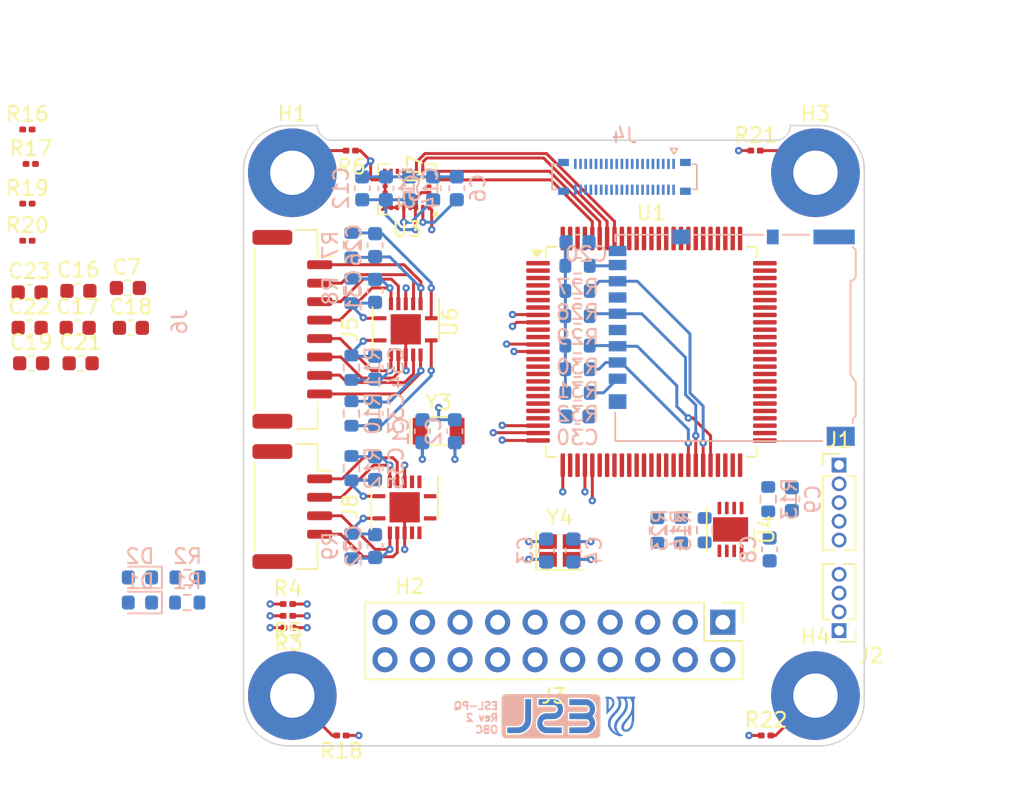
<source format=kicad_pcb>
(kicad_pcb (version 20240108) (generator "pcbnew") (generator_version "8.0")
  (title_block (title "Development of an ADCS for a PocketQube") (date "2023-09-06") (comment 2 "PCB Design") (comment 3 "22619291") (comment 4 "DP Theron"))
  (layers (0 "F.Cu" signal) (1 "In1.Cu" mixed) (2 "In2.Cu" mixed) (31 "B.Cu" signal) (34 "B.Paste" user) (35 "F.Paste" user) (36 "B.SilkS" user "B.Silkscreen") (37 "F.SilkS" user "F.Silkscreen") (38 "B.Mask" user) (39 "F.Mask" user) (44 "Edge.Cuts" user))
  (net 0 "")
  (net 1 "OPA1")
  (net 2 "1-")
  (net 3 "2-")
  (net 4 "OPA2")
  (net 5 "3-")
  (net 6 "OPA3")
  (net 7 "OPA4")
  (net 8 "4-")
  (net 9 "OPA5")
  (net 10 "5-")
  (net 11 "OPA6")
  (net 12 "6-")
  (net 13 "OSC_IN")
  (net 14 "OSC_OUT")
  (net 15 "OSC32_IN")
  (net 16 "OSC32_OUT")
  (net 17 "NRST")
  (net 18 "SPI NSS")
  (net 19 "SPI MOSI")
  (net 20 "SPI SCK")
  (net 21 "SPI MISO")
  (net 22 "1+")
  (net 23 "2+")
  (net 24 "3+")
  (net 25 "4+")
  (net 26 "5+")
  (net 27 "6+")
  (net 28 "SCL")
  (net 29 "SDA")
  (net 32 "/Daughterboard Connector/DB13")
  (net 33 "USART RX")
  (net 34 "USART TX")
  (net 35 "DCap")
  (net 38 "/Daughterboard Connector/DB22")
  (net 43 "SWCLK")
  (net 44 "SWDIO")
  (net 47 "/Daughterboard Connector/DB34")
  (net 48 "/Daughterboard Connector/DB37")
  (net 53 "/Daughterboard Connector/DB35")
  (net 54 "/Daughterboard Connector/DB6")
  (net 66 "SAOG")
  (net 67 "SAOM")
  (net 68 "/Daughterboard Connector/DB3")
  (net 69 "/Daughterboard Connector/DB32")
  (net 70 "CSAG")
  (net 71 "CSM")
  (net 72 "GND")
  (net 73 "Net-(U3-CAP)")
  (net 74 "Net-(U3-C1)")
  (net 76 "Net-(D1-A)")
  (net 77 "Net-(D2-A)")
  (net 78 "Net-(H1-Pad1)")
  (net 79 "Net-(H2-Pad1)")
  (net 80 "Net-(H3-Pad1)")
  (net 81 "Net-(H4-Pad1)")
  (net 82 "Net-(J6-DAT1)")
  (net 83 "Net-(J6-DAT2)")
  (net 84 "3V3")
  (net 85 "PPS")
  (net 86 "5V")
  (net 87 "PWR")
  (net 88 "TX")
  (net 89 "RS-EN")
  (net 90 "RS-A")
  (net 91 "RS-B")
  (net 105 "/Daughterboard Connector/DB10")
  (net 106 "/Daughterboard Connector/DB29")
  (net 110 "/Daughterboard Connector/DB39")
  (net 112 "/Daughterboard Connector/DB25")
  (net 113 "/Daughterboard Connector/DB26")
  (net 115 "/Daughterboard Connector/DB14")
  (net 116 "/Daughterboard Connector/DB5")
  (net 118 "/Daughterboard Connector/DB19")
  (net 125 "/Daughterboard Connector/DB8")
  (net 126 "/Daughterboard Connector/DB2")
  (net 127 "/Daughterboard Connector/DB24")
  (net 128 "/Daughterboard Connector/DB30")
  (net 130 "/Daughterboard Connector/DB18")
  (net 133 "/Daughterboard Connector/DB12")
  (net 135 "/Daughterboard Connector/DB38")
  (net 137 "/Daughterboard Connector/DB33")
  (net 138 "/Daughterboard Connector/DB31")
  (net 141 "/Daughterboard Connector/DB7")
  (net 143 "/Daughterboard Connector/DB23")
  (net 146 "/Daughterboard Connector/DB40")
  (net 150 "S1_3V3")
  (net 151 "S2_3V3")
  (net 152 "/Daughterboard Connector/DB17")
  (net 153 "/Daughterboard Connector/DB11")
  (net 154 "/Daughterboard Connector/DB27")
  (net 155 "/Daughterboard Connector/DB15")
  (net 156 "/Daughterboard Connector/DB21")
  (net 157 "/Daughterboard Connector/DB9")
  (net 158 "/Daughterboard Connector/DB28")
  (net 159 "/Daughterboard Connector/DB4")
  (net 160 "/Daughterboard Connector/DB16")
  (net 161 "/Daughterboard Connector/DB36")
  (net 162 "/Daughterboard Connector/DB1")
  (net 163 "/Daughterboard Connector/DB20")
  (net 168 "I2C-SDA")
  (net 169 "I2C-SCL")
  (net 170 "S1_5V")
  (net 171 "S2_5V")
  (net 172 "Unreg Solar")
  (net 173 "Unreg Bat")
  (net 174 "EPS_RST")
  (footprint "Skripsie:JST_GH_SM04B-GHS-TB_1x04-1MP_P1.25mm_Horizontal" (layer "F.Cu") (at 231.8 48.6 -90)
    (property "Reference" "J8")
    (property "Value" "Conn_01x04_MountingPin")
  )
  (footprint "Skripsie:R_0201_0603Metric" (layer "F.Cu") (at 263.145 24.5)
    (property "Reference" "R21")
    (property "Value" "0")
  )
  (footprint "Skripsie:Crystal_SMD_EuroQuartz_X22-4Pin_2.5x2.0mm" (layer "F.Cu") (at 249.9 51.575)
    (property "Reference" "Y4")
    (property "Value" "80 MHz")
  )
  (footprint "Skripsie:R_0201_0603Metric" (layer "F.Cu") (at 235.12 64.1 180)
    (property "Reference" "R18")
    (property "Value" "0")
  )
  (footprint "Skripsie:PinHeader_1x05_P1.27mm_Vertical" (layer "F.Cu") (at 268.8 45.79)
    (property "Reference" "J1")
    (property "Value" "Conn_01x05")
  )
  (footprint "MountingHole:MountingHole_3mm_Pad" (layer "F.Cu") (at 267.2 61.4)
    (property "Reference" "H4")
    (property "Value" "MountingHole_Pad")
  )
  (footprint "Skripsie:LGA-24L_3x3.5mm_P0.43mm" (layer "F.Cu") (at 239.555 27.125 180)
    (property "Reference" "U3")
    (property "Value" "LSM9DS1TR")
  )
  (footprint "Skripsie:R_0201_0603Metric" (layer "F.Cu") (at 235.755 24.5 180)
    (property "Reference" "R6")
    (property "Value" "0")
  )
  (footprint "MountingHole:MountingHole_3mm_Pad" (layer "F.Cu") (at 267.2 26)
    (property "Reference" "H3")
    (property "Value" "MountingHole_Pad")
  )
  (footprint "Skripsie:PinHeader_1x04_P1.27mm_Vertical" (layer "F.Cu") (at 268.8 57 180)
    (property "Reference" "J2")
    (property "Value" "Conn_01x04")
  )
  (footprint "Skripsie:Crystal_SMD_EuroQuartz_EQ161-2Pin_3.2x1.5mm" (layer "F.Cu") (at 241.7 43.5)
    (property "Reference" "Y3")
    (property "Value" "32.768 kHz")
  )
  (footprint "Skripsie:R_0201_0603Metric" (layer "F.Cu") (at 213.875 28.09)
    (property "Reference" "R19")
    (property "Value" "R")
  )
  (footprint "Package_QFP:LQFP-100_14x14mm_P0.5mm" (layer "F.Cu") (at 256.1 38.125)
    (property "Reference" "U1")
    (property "Value" "STM32L496VGTxP")
  )
  (footprint "Skripsie:R_0201_0603Metric" (layer "F.Cu") (at 231.5 55.2)
    (property "Reference" "R4")
    (property "Value" "0")
  )
  (footprint "ESL_PQ:ESL_PQ_Main_Header" (layer "F.Cu") (at 249.5 56.43)
    (property "Reference" "J3")
    (property "Value" "ESL_PQ_MainHeader")
  )
  (footprint "Capacitor_SMD:C_0603_1608Metric" (layer "F.Cu") (at 217.325 34)
    (property "Reference" "C16")
    (property "Value" "10u")
  )
  (footprint "MountingHole:MountingHole_3mm_Pad" (layer "F.Cu") (at 231.8 61.4)
    (property "Reference" "H2")
    (property "Value" "MountingHole_Pad")
  )
  (footprint "Capacitor_SMD:C_0603_1608Metric" (layer "F.Cu") (at 214.025 36.5)
    (property "Reference" "C22")
    (property "Value" "100n")
  )
  (footprint "Skripsie:R_0201_0603Metric" (layer "F.Cu") (at 213.875 30.6)
    (property "Reference" "R20")
    (property "Value" "R")
  )
  (footprint "Capacitor_SMD:C_0603_1608Metric" (layer "F.Cu") (at 220.875 36.5)
    (property "Reference" "C18")
    (property "Value" "100n")
  )
  (footprint "Skripsie:R_0201_0603Metric" (layer "F.Cu") (at 231.545 56.8 180)
    (property "Reference" "R3")
    (property "Value" "0")
  )
  (footprint "Skripsie:R_0201_0603Metric" (layer "F.Cu") (at 213.875 23.07)
    (property "Reference" "R16")
    (property "Value" "R")
  )
  (footprint "Skripsie:DFN-8-1EP_3x3mm_P0.5mm_EP1.65x2.38mm" (layer "F.Cu") (at 261.45 50.15 -90)
    (property "Reference" "U4")
    (property "Value" "LTC2850HDD#PBF")
  )
  (footprint "Capacitor_SMD:C_0603_1608Metric" (layer "F.Cu") (at 220.675 33.8)
    (property "Reference" "C7")
    (property "Value" "100n")
  )
  (footprint "Skripsie:JST_GH_SM08B-GHS-TB_1x08-1MP_P1.25mm_Horizontal" (layer "F.Cu") (at 231.8 36.6 -90)
    (property "Reference" "J5")
    (property "Value" "Conn_01x08_MountingPin")
  )
  (footprint "Capacitor_SMD:C_0603_1608Metric" (layer "F.Cu") (at 217.475 38.9)
    (property "Reference" "C21")
    (property "Value" "100n")
  )
  (footprint "Capacitor_SMD:C_0603_1608Metric" (layer "F.Cu") (at 214.025 34.1)
    (property "Reference" "C23")
    (property "Value" "100n")
  )
  (footprint "Skripsie:R_0201_0603Metric" (layer "F.Cu") (at 231.5 56 180)
    (property "Reference" "R5")
    (property "Value" "0")
  )
  (footprint "MountingHole:MountingHole_3mm_Pad" (layer "F.Cu") (at 231.8 26)
    (property "Reference" "H1")
    (property "Value" "MountingHole_Pad")
  )
  (footprint "Skripsie:R_0201_0603Metric" (layer "F.Cu") (at 214.1 25.4)
    (property "Reference" "R17")
    (property "Value" "R")
  )
  (footprint "Skripsie:R_0201_0603Metric" (layer "F.Cu") (at 263.855 64.1)
    (property "Reference" "R22")
    (property "Value" "0")
  )
  (footprint "Skripsie:Texas_S-PVQFN-N14" (layer "F.Cu") (at 239.4 48.65 -90)
    (property "Reference" "U7")
    (property "Value" "OPA4330")
  )
  (footprint "Capacitor_SMD:C_0603_1608Metric" (layer "F.Cu") (at 217.275 36.5)
    (property "Reference" "C17")
    (property "Value" "100n")
  )
  (footprint "Capacitor_SMD:C_0603_1608Metric" (layer "F.Cu") (at 214.125 38.9)
    (property "Reference" "C19")
    (property "Value" "100n")
  )
  (footprint "Skripsie:Texas_S-PVQFN-N14" (layer "F.Cu") (at 239.475 36.6 -90)
    (property "Reference" "U6")
    (property "Value" "OPA4330")
  )
  (footprint "Capacitor_SMD:C_0603_1608Metric" (layer "B.Cu") (at 264.1 51.5 -90)
    (property "Reference" "C8")
    (property "Value" "100n")
  )
  (footprint "Resistor_SMD:R_0603_1608Metric" (layer "B.Cu") (at 224.6875 55.1 180)
    (property "Reference" "R1")
    (property "Value" "165")
  )
  (footprint "Capacitor_SMD:C_0603_1608Metric" (layer "B.Cu") (at 239.73 27.05 90)
    (property "Reference" "C14")
    (property "Value" "10u")
  )
  (footprint "Resistor_SMD:R_0603_1608Metric" (layer "B.Cu") (at 251.1 37.7)
    (property "Reference" "R30")
    (property "Value" "4k7")
  )
  (footprint "LOGO" (layer "B.Cu") (at 249.3 62.8 180)
    (property "Reference" "G***" (hide yes))
    (property "Value" "LOGO" (hide yes))
  )
  (footprint "Resistor_SMD:R_0603_1608Metric" (layer "B.Cu") (at 235.8 42.3 90)
    (property "Reference" "R10")
    (property "Value" "470")
  )
  (footprint "Capacitor_SMD:C_0603_1608Metric" (layer "B.Cu") (at 237.4 46 90)
    (property "Reference" "C35")
    (property "Value" "220p")
  )
  (footprint "Capacitor_SMD:C_0603_1608Metric" (layer "B.Cu") (at 249 51.575 -90)
    (property "Reference" "C3")
    (property "Value" "12p")
  )
  (footprint "Connector_Hirose:Hirose_BM24_BM24-40DP-2-0.35V_2x20_P0.35mm_PowerPin2_Vertical" (layer "B.Cu") (at 254.275 26.275 180)
    (property "Reference" "J4")
    (property "Value" "Conn_02x20_Odd_Even")
  )
  (footprint "Resistor_SMD:R_0603_1608Metric" (layer "B.Cu") (at 235.8 46 90)
    (property "Reference" "R12")
    (property "Value" "470")
  )
  (footprint "Capacitor_SMD:C_0603_1608Metric" (layer "B.Cu") (at 237.4 30.9 -90)
    (property "Reference" "C26")
    (property "Value" "220p")
  )
  (footprint "Capacitor_SMD:C_0603_1608Metric" (layer "B.Cu") (at 238.13 27.05 90)
    (property "Reference" "C13")
    (property "Value" "100n")
  )
  (footprint "Resistor_SMD:R_0603_1608Metric" (layer "B.Cu") (at 235.8 34 -90)
    (property "Reference" "R8")
    (property "Value" "470")
  )
  (footprint "Resistor_SMD:R_0603_1608Metric" (layer "B.Cu") (at 251.1 32.3)
    (property "Reference" "R27")
    (property "Value" "4k7")
  )
  (footprint "Resistor_SMD:R_0603_1608Metric" (layer "B.Cu") (at 235.8 51.275 -90)
    (property "Reference" "R9")
    (property "Value" "470")
  )
  (footprint "Capacitor_SMD:C_0603_1608Metric" (layer "B.Cu") (at 265.6 48.1 90)
    (property "Reference" "C9")
    (property "Value" "10u")
  )
  (footprint "Resistor_SMD:R_0603_1608Metric" (layer "B.Cu") (at 224.7125 53.4 180)
    (property "Reference" "R2")
    (property "Value" "165")
  )
  (footprint "Resistor_SMD:R_0603_1608Metric" (layer "B.Cu") (at 235.8 30.9 -90)
    (property "Reference" "R7")
    (property "Value" "470")
  )
  (footprint "Resistor_SMD:R_0603_1608Metric" (layer "B.Cu") (at 251.1 34)
    (property "Reference" "R28")
    (property "Value" "4k7")
  )
  (footprint "Capacitor_SMD:C_0603_1608Metric" (layer "B.Cu") (at 251.1 30.7)
    (property "Reference" "C20")
    (property "Value" "100n")
  )
  (footprint "Resistor_SMD:R_0603_1608Metric" (layer "B.Cu") (at 251.1 35.7)
    (property "Reference" "R29")
    (property "Value" "4k7")
  )
  (footprint "Capacitor_SMD:C_0603_1608Metric" (layer "B.Cu") (at 241.33 27.05 -90)
    (property "Reference" "C5")
    (property "Value" "10n")
  )
  (footprint "Capacitor_SMD:C_0603_1608Metric" (layer "B.Cu") (at 251.1 42.5)
    (property "Reference" "C30")
    (property "Value" "10u")
  )
  (footprint "Skripsie:microSD_HC_Hirose_DM3AT-SF-PEJM5" (layer "B.Cu") (at 261.535 37.17 -90)
    (property "Reference" "J6")
    (property "Value" "Micro_SD_Card")
  )
  (footprint "Capacitor_SMD:C_0603_1608Metric" (layer "B.Cu") (at 237.4 42.3 90)
    (property "Reference" "C33")
    (property "Value" "220p")
  )
  (footprint "Capacitor_SMD:C_0603_1608Metric" (layer "B.Cu") (at 242.8 43.5 -90)
    (property "Reference" "C2")
    (property "Value" "8p")
  )
  (footprint "Capacitor_SMD:C_0603_1608Metric" (layer "B.Cu") (at 237.4 39.2 90)
    (property "Reference" "C34")
    (property "Value" "220p")
  )
  (footprint "LED_SMD:LED_0603_1608Metric" (layer "B.Cu") (at 221.4875 55.1 180)
    (property "Reference" "D1")
    (property "Value" "LED")
  )
  (footprint "Capacitor_SMD:C_0603_1608Metric" (layer "B.Cu") (at 237.4 34 -90)
    (property "Reference" "C31")
    (property "Value" "220p")
  )
  (footprint "Capacitor_SMD:C_0603_1608Metric" (layer "B.Cu") (at 236.53 27.05 -90)
    (property "Reference" "C12")
    (property "Value" "100n")
  )
  (footprint "Resistor_SMD:R_0603_1608Metric" (layer "B.Cu") (at 251.1 39.3)
    (property "Reference" "R31")
    (property "Value" "4k7")
  )
  (footprint "Resistor_SMD:R_0603_1608Metric" (layer "B.Cu") (at 251.1 40.9)
    (property "Reference" "R32")
    (property "Value" "4k7")
  )
  (footprint "LOGO" (layer "B.Cu") (at 249.3 62.8 180)
    (property "Reference" "G***" (hide yes))
    (property "Value" "LOGO" (hide yes))
  )
  (footprint "Capacitor_SMD:C_0603_1608Metric" (layer "B.Cu") (at 242.93 27.05 90)
    (property "Reference" "C6")
    (property "Value" "100n")
  )
  (footprint "LED_SMD:LED_0603_1608Metric" (layer "B.Cu") (at 221.4875 53.4 180)
    (property "Reference" "D2")
    (property "Value" "LED")
  )
  (footprint "Resistor_SMD:R_0603_1608Metric" (layer "B.Cu") (at 259.7 50.2 -90)
    (property "Reference" "R15")
    (property "Value" "4k7")
  )
  (footprint "Resistor_SMD:R_0603_1608Metric" (layer "B.Cu") (at 235.8 39.2 90)
    (property "Reference" "R11")
    (property "Value" "470")
  )
  (footprint "Resistor_SMD:R_0603_1608Metric" (layer "B.Cu") (at 264 48.1 90)
    (property "Reference" "R13")
    (property "Value" "4k7")
  )
  (footprint "Capacitor_SMD:C_0603_1608Metric" (layer "B.Cu") (at 237.4 51.275 -90)
    (property "Reference" "C32")
    (property "Value" "220p")
  )
  (footprint "Capacitor_SMD:C_0603_1608Metric" (layer "B.Cu") (at 240.6 43.5 -90)
    (property "Reference" "C1")
    (property "Value" "8p")
  )
  (footprint "LOGO" (layer "B.Cu") (at 254 62.8 180)
    (property "Reference" "G***" (hide yes))
    (property "Value" "LOGO" (hide yes))
  )
  (footprint "Resistor_SMD:R_0603_1608Metric" (layer "B.Cu") (at 256.5 50.225 90)
    (property "Reference" "R14")
    (property "Value" "4k7")
  )
  (footprint "Capacitor_SMD:C_0603_1608Metric" (layer "B.Cu") (at 250.8 51.575 90)
    (property "Reference" "C4")
    (property "Value" "12p")
  )
  (footprint "Resistor_SMD:R_0603_1608Metric" (layer "B.Cu") (at 258.1 50.2 -90)
    (property "Reference" "R23")
    (property "Value" "120k")
  )
  (gr_arc (start 267.5 22.8) (mid 269.62132 23.67868) (end 270.5 25.8) (stroke (width 0.1)) (layer "Edge.Cuts"))
  (gr_arc (start 231.5 64.8) (mid 229.37868 63.92132) (end 228.5 61.8) (stroke (width 0.1)) (layer "Edge.Cuts"))
  (gr_line (start 231.5 22.8) (end 233.5 22.8) (stroke (width 0.1)) (layer "Edge.Cuts"))
  (gr_arc (start 228.5 25.8) (mid 229.37868 23.67868) (end 231.5 22.8) (stroke (width 0.1)) (layer "Edge.Cuts"))
  (gr_line (start 234.5 23.8) (end 264.5 23.8) (stroke (width 0.1)) (layer "Edge.Cuts"))
  (gr_line (start 231.5 64.8) (end 267.5 64.8) (stroke (width 0.1)) (layer "Edge.Cuts"))
  (gr_line (start 270.5 61.8) (end 270.5 25.8) (stroke (width 0.1)) (layer "Edge.Cuts"))
  (gr_arc (start 265.5 22.8) (mid 265.207107 23.507107) (end 264.5 23.8) (stroke (width 0.1)) (layer "Edge.Cuts"))
  (gr_arc (start 270.5 61.8) (mid 269.62132 63.92132) (end 267.5 64.8) (stroke (width 0.1)) (layer "Edge.Cuts"))
  (gr_line (start 265.5 22.8) (end 267.5 22.8) (stroke (width 0.1)) (layer "Edge.Cuts"))
  (gr_line (start 228.5 25.8) (end 228.5 61.8) (stroke (width 0.1)) (layer "Edge.Cuts"))
  (gr_arc (start 234.5 23.8) (mid 233.792893 23.507107) (end 233.5 22.8) (stroke (width 0.1)) (layer "Edge.Cuts"))
  (gr_text "ESL-PQ\nRev 2\nOBC" (at 245.8 64 0) (layer "B.SilkS") (effects (font (size 0.5 0.5) (thickness 0.125) (bold yes)) (justify left bottom mirror)))
  (segment (start 246.025 43.125) (end 248.425 43.125) (width 0.2) (layer "F.Cu") (net 1))
  (segment (start 246 43.1) (end 246.025 43.125) (width 0.2) (layer "F.Cu") (net 1))
  (segment (start 241.2 35.85) (end 241.2 33.8) (width 0.2) (layer "F.Cu") (net 1))
  (via (at 246 43.1) (size 0.5) (drill 0.2) (layers "F.Cu" "B.Cu") (net 1))
  (via (at 241.2 33.8) (size 0.5) (drill 0.2) (layers "F.Cu" "B.Cu") (net 1))
  (segment (start 241.2 33.45) (end 241.2 33.8) (width 0.2) (layer "B.Cu") (net 1))
  (segment (start 237.875 30.125) (end 241.2 33.45) (width 0.2) (layer "B.Cu") (net 1))
  (segment (start 235.8 30.075) (end 237.35 30.075) (width 0.2) (layer "B.Cu") (net 1))
  (segment (start 237.35 30.075) (end 237.4 30.125) (width 0.2) (layer "B.Cu") (net 1))
  (segment (start 237.4 30.125) (end 237.875 30.125) (width 0.2) (layer "B.Cu") (net 1))
  (segment (start 239.349264 32.225) (end 233.65 32.225) (width 0.2) (layer "F.Cu") (net 2))
  (segment (start 240.475 34.875) (end 240.475 33.825) (width 0.2) (layer "F.Cu") (net 2))
  (segment (start 240.5 33.375736) (end 239.349264 32.225) (width 0.2) (layer "F.Cu") (net 2))
  (segment (start 240.5 33.8) (end 240.5 33.375736) (width 0.2) (layer "F.Cu") (net 2))
  (segment (start 240.475 33.825) (end 240.5 33.8) (width 0.2) (layer "F.Cu") (net 2))
  (via (at 240.5 33.8) (size 0.5) (drill 0.2) (layers "F.Cu" "B.Cu") (net 2))
  (segment (start 235.8 31.725) (end 237.375 31.725) (width 0.2) (layer "B.Cu") (net 2))
  (segment (start 237.375 31.725) (end 237.4 31.7) (width 0.2) (layer "B.Cu") (net 2))
  (segment (start 237.4 31.7) (end 238.4 31.7) (width 0.2) (layer "B.Cu") (net 2))
  (segment (start 238.4 31.7) (end 240.5 33.8) (width 0.2) (layer "B.Cu") (net 2))
  (segment (start 238.475 33.875) (end 238.4 33.8) (width 0.2) (layer "F.Cu") (net 3))
  (segment (start 238.4 33.8) (end 237.2 33.8) (width 0.2) (layer "F.Cu") (net 3))
  (segment (start 237.2 33.8) (end 235.025 35.975) (width 0.2) (layer "F.Cu") (net 3))
  (segment (start 235.025 35.975) (end 233.65 35.975) (width 0.2) (layer "F.Cu") (net 3))
  (segment (start 238.475 34.875) (end 238.475 33.875) (width 0.2) (layer "F.Cu") (net 3))
  (via (at 238.4 33.8) (size 0.5) (drill 0.2) (layers "F.Cu" "B.Cu") (net 3))
  (segment (start 237.4 33.225) (end 237.825 33.225) (width 0.2) (layer "B.Cu") (net 3))
  (segment (start 237.35 33.175) (end 237.4 33.225) (width 0.2) (layer "B.Cu") (net 3))
  (segment (start 235.8 33.175) (end 237.35 33.175) (width 0.2) (layer "B.Cu") (net 3))
  (segment (start 237.825 33.225) (end 238.4 33.8) (width 0.2) (layer "B.Cu") (net 3))
  (segment (start 236.65 35.85) (end 236.6 35.8) (width 0.2) (layer "F.Cu") (net 4))
  (segment (start 248.4 43.6) (end 248.425 43.625) (width 0.2) (layer "F.Cu") (net 4))
  (segment (start 237.75 35.85) (end 236.65 35.85) (width 0.2) (layer "F.Cu") (net 4))
  (segment (start 245.4 43.6) (end 248.4 43.6) (width 0.2) (layer "F.Cu") (net 4))
  (via (at 245.4 43.6) (size 0.5) (drill 0.2) (layers "F.Cu" "B.Cu") (net 4))
  (via (at 236.6 35.8) (size 0.5) (drill 0.2) (layers "F.Cu" "B.Cu") (net 4))
  (segment (start 236.6 35.8) (end 236.5 35.9) (width 0.2) (layer "B.Cu") (net 4))
  (segment (start 237.35 34.825) (end 237.4 34.775) (width 0.2) (layer "B.Cu") (net 4))
  (segment (start 235.8 35) (end 236.6 35.8) (width 0.2) (layer "B.Cu") (net 4))
  (segment (start 235.8 34.825) (end 237.35 34.825) (width 0.2) (layer "B.Cu") (net 4))
  (segment (start 235.8 34.825) (end 235.8 35) (width 0.2) (layer "B.Cu") (net 4))
  (segment (start 238.475 38.325) (end 238.475 39.325) (width 0.2) (layer "F.Cu") (net 5))
  (segment (start 237.2 39.4) (end 235.025 37.225) (width 0.2) (layer "F.Cu") (net 5))
  (segment (start 238.4 39.4) (end 237.2 39.4) (width 0.2) (layer "F.Cu") (net 5))
  (segment (start 235.025 37.225) (end 233.65 37.225) (width 0.2) (layer "F.Cu") (net 5))
  (segment (start 238.475 39.325) (end 238.4 39.4) (width 0.2) (layer "F.Cu") (net 5))
  (via (at 238.4 39.4) (size 0.5) (drill 0.2) (layers "F.Cu" "B.Cu") (net 5))
  (segment (start 235.8 40.025) (end 237.35 40.025) (width 0.2) (layer "B.Cu") (net 5))
  (segment (start 237.825 39.975) (end 238.4 39.4) (width 0.2) (layer "B.Cu") (net 5))
  (segment (start 237.35 40.025) (end 237.4 39.975) (width 0.2) (layer "B.Cu") (net 5))
  (segment (start 237.4 39.975) (end 237.825 39.975) (width 0.2) (layer "B.Cu") (net 5))
  (segment (start 237.75 37.35) (end 236.65 37.35) (width 0.2) (layer "F.Cu") (net 6))
  (segment (start 246 44.1) (end 246.025 44.125) (width 0.2) (layer "F.Cu") (net 6))
  (segment (start 246.025 44.125) (end 248.425 44.125) (width 0.2) (layer "F.Cu") (net 6))
  (segment (start 236.65 37.35) (end 236.6 37.4) (width 0.2) (layer "F.Cu") (net 6))
  (via (at 236.6 37.4) (size 0.5) (drill 0.2) (layers "F.Cu" "B.Cu") (net 6))
  (via (at 246 44.1) (size 0.5) (drill 0.2) (layers "F.Cu" "B.Cu") (net 6))
  (segment (start 235.85 38.425) (end 235.8 38.375) (width 0.2) (layer "B.Cu") (net 6))
  (segment (start 235.8 38.2) (end 236.6 37.4) (width 0.2) (layer "B.Cu") (net 6))
  (segment (start 237.4 38.425) (end 235.85 38.425) (width 0.2) (layer "B.Cu") (net 6))
  (segment (start 235.8 38.375) (end 235.8 38.2) (width 0.2) (layer "B.Cu") (net 6))
  (segment (start 250.1 47.6) (end 250.1 45.8) (width 0.2) (layer "F.Cu") (net 7))
  (segment (start 241.2 37.35) (end 241.2 39.4) (width 0.2) (layer "F.Cu") (net 7))
  (via (at 241.2 39.4) (size 0.5) (drill 0.2) (layers "F.Cu" "B.Cu") (net 7))
  (via (at 250.1 47.6) (size 0.5) (drill 0.2) (layers "F.Cu" "B.Cu") (net 7))
  (segment (start 237.35 43.125) (end 237.4 43.075) (width 0.2) (layer "B.Cu") (net 7))
  (segment (start 237.4 43.075) (end 237.875 43.075) (width 0.2) (layer "B.Cu") (net 7))
  (segment (start 241.2 39.75) (end 241.2 39.4) (width 0.2) (layer "B.Cu") (net 7))
  (segment (start 237.875 43.075) (end 241.2 39.75) (width 0.2) (layer "B.Cu") (net 7))
  (segment (start 235.8 43.125) (end 237.35 43.125) (width 0.2) (layer "B.Cu") (net 7))
  (segment (start 240.475 38.325) (end 240.475 39.375) (width 0.2) (layer "F.Cu") (net 8))
  (segment (start 240.475 39.375) (end 240.5 39.4) (width 0.2) (layer "F.Cu") (net 8))
  (segment (start 240.5 39.531371) (end 239.056371 40.975) (width 0.2) (layer "F.Cu") (net 8))
  (segment (start 239.056371 40.975) (end 233.65 40.975) (width 0.2) (layer "F.Cu") (net 8))
  (segment (start 240.5 39.4) (end 240.5 39.531371) (width 0.2) (layer "F.Cu") (net 8))
  (via (at 240.5 39.4) (size 0.5) (drill 0.2) (layers "F.Cu" "B.Cu") (net 8))
  (segment (start 235.8 41.475) (end 237.35 41.475) (width 0.2) (layer "B.Cu") (net 8))
  (segment (start 237.4 41.525) (end 238.375 41.525) (width 0.2) (layer "B.Cu") (net 8))
  (segment (start 237.35 41.475) (end 237.4 41.525) (width 0.2) (layer "B.Cu") (net 8))
  (segment (start 238.375 41.525) (end 240.5 39.4) (width 0.2) (layer "B.Cu") (net 8))
  (segment (start 237.675 49.4) (end 236.6 49.4) (width 0.2) (layer "F.Cu") (net 9))
  (segment (start 252.1 48.2) (end 252.1 45.8) (width 0.2) (layer "F.Cu") (net 9))
  (via (at 252.1 48.2) (size 0.5) (drill 0.2) (layers "F.Cu" "B.Cu") (net 9))
  (via (at 236.6 49.4) (size 0.5) (drill 0.2) (layers "F.Cu" "B.Cu") (net 9))
  (segment (start 237.35 50.375) (end 237.4 50.425) (width 0.2) (layer "B.Cu") (net 9))
  (segment (start 235.8 50.45) (end 237.35 50.45) (width 0.2) (layer "B.Cu") (net 9))
  (segment (start 235.8 50.45) (end 235.8 50.2) (width 0.2) (layer "B.Cu") (net 9))
  (segment (start 237.35 50.45) (end 237.4 50.5) (width 0.2) (layer "B.Cu") (net 9))
  (segment (start 236.6 49.4) (end 236.6 49.575) (width 0.2) (layer "B.Cu") (net 9))
  (segment (start 235.8 50.2) (end 236.6 49.4) (width 0.2) (layer "B.Cu") (net 9))
  (segment (start 235.125 49.225) (end 233.65 49.225) (width 0.2) (layer "F.Cu") (net 10))
  (segment (start 237.4 51.5) (end 235.125 49.225) (width 0.2) (layer "F.Cu") (net 10))
  (segment (start 238.4 51.5) (end 237.4 51.5) (width 0.2) (layer "F.Cu") (net 10))
  (segment (start 238.4 50.375) (end 238.4 51.5) (width 0.2) (layer "F.Cu") (net 10))
  (via (at 238.4 51.5) (size 0.5) (drill 0.2) (layers "F.Cu" "B.Cu") (net 10))
  (segment (start 235.8 52.1) (end 237.35 52.1) (width 0.2) (layer "B.Cu") (net 10))
  (segment (start 237.35 52.025) (end 237.4 51.975) (width 0.2) (layer "B.Cu") (net 10))
  (segment (start 237.85 52.05) (end 238.4 51.5) (width 0.2) (layer "B.Cu") (net 10))
  (segment (start 237.4 52.05) (end 237.85 52.05) (width 0.2) (layer "B.Cu") (net 10))
  (segment (start 237.35 52.1) (end 237.4 52.05) (width 0.2) (layer "B.Cu") (net 10))
  (segment (start 251.6 47.6) (end 251.6 45.8) (width 0.2) (layer "F.Cu") (net 11))
  (segment (start 237.675 47.9) (end 236.6 47.9) (width 0.2) (layer "F.Cu") (net 11))
  (via (at 251.6 47.6) (size 0.5) (drill 0.2) (layers "F.Cu" "B.Cu") (net 11))
  (via (at 236.6 47.9) (size 0.5) (drill 0.2) (layers "F.Cu" "B.Cu") (net 11))
  (segment (start 235.8 46.825) (end 237.35 46.825) (width 0.2) (layer "B.Cu") (net 11))
  (segment (start 237.35 46.825) (end 237.4 46.775) (width 0.2) (layer "B.Cu") (net 11))
  (segment (start 235.8 46.825) (end 235.8 47.1) (width 0.2) (layer "B.Cu") (net 11))
  (segment (start 235.8 47.1) (end 236.6 47.9) (width 0.2) (layer "B.Cu") (net 11))
  (segment (start 238.4 46.925) (end 238.4 45.8) (width 0.2) (layer "F.Cu") (net 12))
  (segment (start 237.3 45.8) (end 235.125 47.975) (width 0.2) (layer "F.Cu") (net 12))
  (segment (start 238.4 45.8) (end 237.3 45.8) (width 0.2) (layer "F.Cu") (net 12))
  (segment (start 235.125 47.975) (end 233.65 47.975) (width 0.2) (layer "F.Cu") (net 12))
  (via (at 238.4 45.8) (size 0.5) (drill 0.2) (layers "F.Cu" "B.Cu") (net 12))
  (segment (start 235.85 45.225) (end 235.8 45.175) (width 0.2) (layer "B.Cu") (net 12))
  (segment (start 237.4 45.225) (end 237.825 45.225) (width 0.2) (layer "B.Cu") (net 12))
  (segment (start 237.4 45.225) (end 235.85 45.225) (width 0.2) (layer "B.Cu") (net 12))
  (segment (start 237.825 45.225) (end 238.4 45.8) (width 0.2) (layer "B.Cu") (net 12))
  (segment (start 248.4 37.6) (end 248.425 37.625) (width 0.2) (layer "F.Cu") (net 13))
  (segment (start 249.1 52.175) (end 247.8 52.175) (width 0.2) (layer "F.Cu") (net 13))
  (segment (start 246.3 37.6) (end 248.4 37.6) (width 0.2) (layer "F.Cu") (net 13))
  (via (at 247.8 52.175) (size 0.5) (drill 0.2) (layers "F.Cu" "B.Cu") (net 13))
  (via (at 246.3 37.6) (size 0.5) (drill 0.2) (layers "F.Cu" "B.Cu") (net 13))
  (segment (start 247.8 52.175) (end 248.825 52.175) (width 0.2) (layer "B.Cu") (net 13))
  (segment (start 248.825 52.175) (end 249 52.35) (width 0.2) (layer "B.Cu") (net 13))
  (segment (start 248.4 38.1) (end 248.425 38.125) (width 0.2) (layer "F.Cu") (net 14))
  (segment (start 246.8 38.1) (end 248.4 38.1) (width 0.2) (layer "F.Cu") (net 14))
  (segment (start 250.7 50.975) (end 252 50.975) (width 0.2) (layer "F.Cu") (net 14))
  (via (at 246.8 38.1) (size 0.5) (drill 0.2) (layers "F.Cu" "B.Cu") (net 14))
  (via (at 252 50.975) (size 0.5) (drill 0.2) (layers "F.Cu" "B.Cu") (net 14))
  (segment (start 250.975 50.975) (end 250.8 50.8) (width 0.2) (layer "B.Cu") (net 14))
  (segment (start 252 50.975) (end 250.975 50.975) (width 0.2) (layer "B.Cu") (net 14))
  (segment (start 248.4 35.6) (end 248.425 35.625) (width 0.2) (layer "F.Cu") (net 15))
  (segment (start 240.6 45.4) (end 240.6 43.65) (width 0.2) (layer "F.Cu") (net 15))
  (segment (start 246.7 35.6) (end 248.4 35.6) (width 0.2) (layer "F.Cu") (net 15))
  (segment (start 240.6 43.65) (end 240.45 43.5) (width 0.2) (layer "F.Cu") (net 15))
  (via (at 246.7 35.6) (size 0.5) (drill 0.2) (layers "F.Cu" "B.Cu") (net 15))
  (via (at 240.6 45.4) (size 0.5) (drill 0.2) (layers "F.Cu" "B.Cu") (net 15))
  (segment (start 240.6 44.275) (end 240.6 45.4) (width 0.2) (layer "B.Cu") (net 15))
  (segment (start 242.8 45.4) (end 242.8 43.65) (width 0.2) (layer "F.Cu") (net 16))
  (segment (start 242.8 43.65) (end 242.95 43.5) (width 0.2) (layer "F.Cu") (net 16))
  (segment (start 246.975 36.125) (end 248.425 36.125) (width 0.2) (layer "F.Cu") (net 16))
  (segment (start 246.7 36.4) (end 246.975 36.125) (width 0.2) (layer "F.Cu") (net 16))
  (via (at 246.7 36.4) (size 0.5) (drill 0.2) (layers "F.Cu" "B.Cu") (net 16))
  (via (at 242.8 45.4) (size 0.5) (drill 0.2) (layers "F.Cu" "B.Cu") (net 16))
  (segment (start 242.8 44.275) (end 242.8 45.4) (width 0.2) (layer "B.Cu") (net 16))
  (segment (start 258.6 44.3) (end 258.6 45.8) (width 0.2) (layer "F.Cu") (net 18))
  (via (at 258.6 44.3) (size 0.5) (drill 0.2) (layers "F.Cu" "B.Cu") (net 18))
  (segment (start 251.925 39.3) (end 252.55 39.3) (width 0.2) (layer "B.Cu") (net 18))
  (segment (start 252.55 39.3) (end 253.005 38.845) (width 0.2) (layer "B.Cu") (net 18))
  (segment (start 254.06 38.845) (end 253.81 38.845) (width 0.2) (layer "B.Cu") (net 18))
  (segment (start 258.6 44.3) (end 258.6 43.385) (width 0.2) (layer "B.Cu") (net 18))
  (segment (start 258.6 43.385) (end 254.06 38.845) (width 0.2) (layer "B.Cu") (net 18))
  (segment (start 253.005 38.845) (end 253.81 38.845) (width 0.2) (layer "B.Cu") (net 18))
  (segment (start 258.9 42.6) (end 258.6 42.6) (width 0.2) (layer "F.Cu") (net 19))
  (segment (start 260.1 43.8) (end 258.9 42.6) (width 0.2) (layer "F.Cu") (net 19))
  (segment (start 260.1 43.8) (end 260.1 45.8) (width 0.2) (layer "F.Cu") (net 19))
  (via (at 258.6 42.6) (size 0.5) (drill 0.2) (layers "F.Cu" "B.Cu") (net 19))
  (segment (start 253.765 37.7) (end 253.81 37.745) (width 0.2) (layer "B.Cu") (net 19))
  (segment (start 253.81 37.745) (end 255.145 37.745) (width 0.2) (layer "B.Cu") (net 19))
  (segment (start 257.815 40.415) (end 257.815 41.815) (width 0.2) (layer "B.Cu") (net 19))
  (segment (start 255.145 37.745) (end 257.815 40.415) (width 0.2) (layer "B.Cu") (net 19))
  (segment (start 251.925 37.7) (end 253.765 37.7) (width 0.2) (layer "B.Cu") (net 19))
  (segment (start 257.815 41.815) (end 258.6 42.6) (width 0.2) (layer "B.Cu") (net 19))
  (segment (start 259.1 43.8) (end 259.1 45.8) (width 0.2) (layer "F.Cu") (net 20))
  (via (at 259.1 43.8) (size 0.5) (drill 0.2) (layers "F.Cu" "B.Cu") (net 20))
  (segment (start 258.41 38.51) (end 255.445 35.545) (width 0.2) (layer "B.Cu") (net 20))
  (segment (start 255.445 35.545) (end 253.81 35.545) (width 0.2) (layer "B.Cu") (net 20))
  (segment (start 253.81 35.545) (end 252.08 35.545) (width 0.2) (layer "B.Cu") (net 20))
  (segment (start 259.1 43.8) (end 259.1 41.724264) (width 0.2) (layer "B.Cu") (net 20))
  (segment (start 259.1 41.724264) (end 258.41 41.034264) (width 0.2) (layer "B.Cu") (net 20))
  (segment (start 258.41 41.034264) (end 258.41 38.51) (width 0.2) (layer "B.Cu") (net 20))
  (segment (start 253.655 35.7) (end 253.81 35.545) (width 0.2) (layer "B.Cu") (net 20))
  (segment (start 252.08 35.545) (end 251.925 35.7) (width 0.2) (layer "B.Cu") (net 20))
  (segment (start 259.6 44.3) (end 259.6 45.8) (width 0.2) (layer "F.Cu") (net 21))
  (via (at 259.6 44.3) (size 0.5) (drill 0.2) (layers "F.Cu" "B.Cu") (net 21))
  (segment (start 255.145 33.345) (end 258.71 36.91) (width 0.2) (layer "B.Cu") (net 21))
  (segment (start 252.58 33.345) (end 253.81 33.345) (width 0.2) (layer "B.Cu") (net 21))
  (segment (start 258.71 40.91) (end 259.6 41.8) (width 0.2) (layer "B.Cu") (net 21))
  (segment (start 253.81 33.345) (end 255.145 33.345) (width 0.2) (layer "B.Cu") (net 21))
  (segment (start 251.925 34) (end 252.58 33.345) (width 0.2) (layer "B.Cu") (net 21))
  (segment (start 259.6 41.8) (end 259.6 44.3) (width 0.2) (layer "B.Cu") (net 21))
  (segment (start 258.71 36.91) (end 258.71 40.91) (width 0.2) (layer "B.Cu") (net 21))
  (segment (start 239.6 32.9) (end 235.7 32.9) (width 0.2) (layer "F.Cu") (net 22))
  (segment (start 235.7 32.9) (end 235.125 33.475) (width 0.2) (layer "F.Cu") (net 22))
  (segment (start 240 33.3) (end 239.6 32.9) (width 0.2) (layer "F.Cu") (net 22))
  (segment (start 240 34.85) (end 240 33.3) (width 0.2) (layer "F.Cu") (net 22))
  (segment (start 235.125 33.475) (end 233.65 33.475) (width 0.2) (layer "F.Cu") (net 22))
  (segment (start 239.975 34.875) (end 240 34.85) (width 0.2) (layer "F.Cu") (net 22))
  (segment (start 235.075 34.725) (end 233.65 34.725) (width 0.2) (layer "F.Cu") (net 23))
  (segment (start 236.6 33.2) (end 235.075 34.725) (width 0.2) (layer "F.Cu") (net 23))
  (segment (start 238.507107 33.2) (end 236.6 33.2) (width 0.2) (layer "F.Cu") (net 23))
  (segment (start 238.975 34.875) (end 238.975 33.667893) (width 0.2) (layer "F.Cu") (net 23))
  (segment (start 238.975 33.667893) (end 238.507107 33.2) (width 0.2) (layer "F.Cu") (net 23))
  (segment (start 238.607107 39.9) (end 236.5 39.9) (width 0.2) (layer "F.Cu") (net 24))
  (segment (start 236.5 39.9) (end 235.075 38.475) (width 0.2) (layer "F.Cu") (net 24))
  (segment (start 238.975 38.325) (end 238.975 39.532107) (width 0.2) (layer "F.Cu") (net 24))
  (segment (start 238.975 39.532107) (end 238.607107 39.9) (width 0.2) (layer "F.Cu") (net 24))
  (segment (start 235.075 38.475) (end 233.65 38.475) (width 0.2) (layer "F.Cu") (net 24))
  (segment (start 240 39.607107) (end 239.407107 40.2) (width 0.2) (layer "F.Cu") (net 25))
  (segment (start 235 39.7) (end 233.675 39.7) (width 0.2) (layer "F.Cu") (net 25))
  (segment (start 240 38.35) (end 240 39.607107) (width 0.2) (layer "F.Cu") (net 25))
  (segment (start 239.975 38.325) (end 240 38.35) (width 0.2) (layer "F.Cu") (net 25))
  (segment (start 235.5 40.2) (end 235 39.7) (width 0.2) (layer "F.Cu") (net 25))
  (segment (start 233.675 39.7) (end 233.65 39.725) (width 0.2) (layer "F.Cu") (net 25))
  (segment (start 239.407107 40.2) (end 235.5 40.2) (width 0.2) (layer "F.Cu") (net 25))
  (segment (start 236.6 52) (end 235.075 50.475) (width 0.2) (layer "F.Cu") (net 26))
  (segment (start 238.9 51.707107) (end 238.607107 52) (width 0.2) (layer "F.Cu") (net 26))
  (segment (start 235.075 50.475) (end 233.65 50.475) (width 0.2) (layer "F.Cu") (net 26))
  (segment (start 238.607107 52) (end 236.6 52) (width 0.2) (layer "F.Cu") (net 26))
  (segment (start 238.9 50.375) (end 238.9 51.707107) (width 0.2) (layer "F.Cu") (net 26))
  (segment (start 238.9 46.925) (end 238.9 45.592893) (width 0.2) (layer "F.Cu") (net 27))
  (segment (start 236.6 45.3) (end 235.175 46.725) (width 0.2) (layer "F.Cu") (net 27))
  (segment (start 235.175 46.725) (end 233.65 46.725) (width 0.2) (layer "F.Cu") (net 27))
  (segment (start 238.607107 45.3) (end 236.6 45.3) (width 0.2) (layer "F.Cu") (net 27))
  (segment (start 238.9 45.592893) (end 238.607107 45.3) (width 0.2) (layer "F.Cu") (net 27))
  (segment (start 231.18 56) (end 230.3 56) (width 0.2) (layer "F.Cu") (net 35))
  (segment (start 240.54 27.34) (end 241.03 27.34) (width 0.2) (layer "F.Cu") (net 35))
  (segment (start 240.2 28.35) (end 240.2 27.68) (width 0.2) (layer "F.Cu") (net 35))
  (segment (start 239.475 33.825) (end 239.5 33.8) (width 0.2) (layer "F.Cu") (net 35))
  (segment (start 241.06 28.35) (end 241.23 28.52) (width 0.2) (layer "F.Cu") (net 35))
  (segment (start 231.225 56.8) (end 230.3 56.8) (width 0.2) (layer "F.Cu") (net 35))
  (segment (start 239.77 28.35) (end 240.2 28.35) (width 0.2) (layer "F.Cu") (net 35))
  (segment (start 239.475 34.875) (end 239.475 33.825) (width 0.2) (layer "F.Cu") (net 35))
  (segment (start 240.2 28.35) (end 240.13 28.42) (width 0.2) (layer "F.Cu") (net 35))
  (segment (start 231.18 55.2) (end 230.3 55.2) (width 0.2) (layer "F.Cu") (net 35))
  (segment (start 239.4 46.925) (end 239.4 45.8) (width 0.2) (layer "F.Cu") (net 35))
  (segment (start 240.13 28.42) (end 240.13 29.85) (width 0.2) (layer "F.Cu") (net 35))
  (segment (start 240.2 27.68) (end 240.54 27.34) (width 0.2) (layer "F.Cu") (net 35))
  (segment (start 241.23 28.52) (end 241.23 29.85) (width 0.2) (layer "F.Cu") (net 35))
  (via (at 239.4 45.8) (size 0.5) (drill 0.2) (layers "F.Cu" "B.Cu") (net 35))
  (via (at 230.3 56.8) (size 0.5) (drill 0.2) (layers "F.Cu" "B.Cu") (net 35))
  (via (at 241.23 29.85) (size 0.5) (drill 0.2) (layers "F.Cu" "B.Cu") (net 35))
  (via (at 230.3 55.2) (size 0.5) (drill 0.2) (layers "F.Cu" "B.Cu") (net 35))
  (via (at 240.13 29.85) (size 0.5) (drill 0.2) (layers "F.Cu" "B.Cu") (net 35))
  (via (at 239.5 33.8) (size 0.5) (drill 0.2) (layers "F.Cu" "B.Cu") (net 35))
  (via (at 230.3 56) (size 0.5) (drill 0.2) (layers "F.Cu" "B.Cu") (net 35))
  (segment (start 250.325 32.25) (end 250.275 32.3) (width 0.2) (layer "B.Cu") (net 35))
  (segment (start 250.275 37.7) (end 250.275 35.7) (width 0.2) (layer "B.Cu") (net 35))
  (segment (start 250.275 32.3) (end 250.275 30.75) (width 0.2) (layer "B.Cu") (net 35))
  (segment (start 250.275 37.7) (end 250.275 39.3) (width 0.2) (layer "B.Cu") (net 35))
  (segment (start 250.25 37.675) (end 250.275 37.7) (width 0.2) (layer "B.Cu") (net 35))
  (segment (start 250.275 33.975) (end 250.25 34) (width 0.2) (layer "B.Cu") (net 35))
  (segment (start 240.13 29.85) (end 239.122893 29.85) (width 0.2) (layer "B.Cu") (net 35))
  (segment (start 250.275 35.7) (end 250.275 34) (width 0.2) (layer "B.Cu") (net 35))
  (segment (start 250.275 34) (end 250.275 32.3) (width 0.2) (layer "B.Cu") (net 35))
  (segment (start 250.275 39.3) (end 250.275 40.9) (width 0.2) (layer "B.Cu") (net 35))
  (segment (start 236.53 27.825) (end 238.13 27.825) (width 0.2) (layer "B.Cu") (net 35))
  (segment (start 239.122893 29.85) (end 238.13 28.857107) (width 0.2) (layer "B.Cu") (net 35))
  (segment (start 238.13 27.825) (end 239.73 27.825) (width 0.2) (layer "B.Cu") (net 35))
  (segment (start 250.275 30.75) (end 250.325 30.7) (width 0.2) (layer "B.Cu") (net 35))
  (segment (start 238.13 28.857107) (end 238.13 27.825) (width 0.2) (layer "B.Cu") (net 35))
  (segment (start 241.03 26.48) (end 249.28 26.48) (width 0.2) (layer "F.Cu") (net 66))
  (segment (start 252.1 29.3) (end 252.1 30.45) (width 0.2) (layer "F.Cu") (net 66))
  (segment (start 249.28 26.48) (end 252.1 29.3) (width 0.2) (layer "F.Cu") (net 66))
  (segment (start 241.06 25.9) (end 249.2 25.9) (width 0.2) (layer "F.Cu") (net 67))
  (segment (start 252.6 29.3) (end 252.6 30.45) (width 0.2) (layer "F.Cu") (net 67))
  (segment (start 249.2 25.9) (end 252.6 29.3) (width 0.2) (layer "F.Cu") (net 67))
  (segment (start 240.9 25) (end 248.8 25) (width 0.2) (layer "F.Cu") (net 70))
  (segment (start 240.63 25.27) (end 240.9 25) (width 0.2) (layer "F.Cu") (net 70))
  (segment (start 240.63 25.9) (end 240.63 25.27) (width 0.2) (layer "F.Cu") (net 70))
  (segment (start 253.1 29.3) (end 253.1 30.45) (width 0.2) (layer "F.Cu") (net 70))
  (segment (start 248.8 25) (end 253.1 29.3) (width 0.2) (layer "F.Cu") (net 70))
  (segment (start 240.2 25.275736) (end 240.775736 24.7) (width 0.2) (layer "F.Cu") (net 71))
  (segment (start 240.2 25.9) (end 240.2 25.275736) (width 0.2) (layer "F.Cu") (net 71))
  (segment (start 249 24.7) (end 253.6 29.3) (width 0.2) (layer "F.Cu") (net 71))
  (segment (start 240.775736 24.7) (end 249 24.7) (width 0.2) (layer "F.Cu") (net 71))
  (segment (start 253.6 29.3) (end 253.6 30.45) (width 0.2) (layer "F.Cu") (net 71))
  (segment (start 237.18 26.48) (end 238.08 26.48) (width 0.2) (layer "F.Cu") (net 72))
  (segment (start 236.075 24.5) (end 236.4 24.5) (width 0.2) (layer "F.Cu") (net 72))
  (segment (start 237.1 26.4) (end 237.18 26.48) (width 0.2) (layer "F.Cu") (net 72))
  (segment (start 238.08 27.77) (end 238.08 27.34) (width 0.2) (layer "F.Cu") (net 72))
  (segment (start 237.1 25.2) (end 237.1 26.4) (width 0.2) (layer "F.Cu") (net 72))
  (segment (start 239.4 50.375) (end 239.4 51.5) (width 0.2) (layer "F.Cu") (net 72))
  (segment (start 239.4 50.375) (end 239.4 48.65) (width 0.2) (layer "F.Cu") (net 72))
  (segment (start 239.475 39.375) (end 239.5 39.4) (width 0.2) (layer "F.Cu") (net 72))
  (segment (start 238.05 27.8) (end 238.08 27.77) (width 0.2) (layer "F.Cu") (net 72))
  (segment (start 238.08 27.34) (end 238.08 26.91) (width 0.2) (layer "F.Cu") (net 72))
  (segment (start 250.7 52.175) (end 252 52.175) (width 0.2) (layer "F.Cu") (net 72))
  (segment (start 263.535 64.1) (end 262.7 64.1) (width 0.2) (layer "F.Cu") (net 72))
  (segment (start 235.44 64.1) (end 236.3 64.1) (width 0.2) (layer "F.Cu") (net 72))
  (segment (start 239.475 38.325) (end 239.475 39.375) (width 0.2) (layer "F.Cu") (net 72))
  (segment (start 236.4 24.5) (end 237.1 25.2) (width 0.2) (layer "F.Cu") (net 72))
  (segment (start 238.05 28.35) (end 238.48 28.35) (width 0.2) (layer "F.Cu") (net 72))
  (segment (start 238.05 28.35) (end 238.05 27.8) (width 0.2) (layer "F.Cu") (net 72))
  (segment (start 237.9 28.5) (end 238.05 28.35) (width 0.2) (layer "F.Cu") (net 72))
  (segment (start 249.1 50.975) (end 247.8 50.975) (width 0.2) (layer "F.Cu") (net 72))
  (segment (start 238.08 26.91) (end 238.08 26.48) (width 0.2) (layer "F.Cu") (net 72))
  (segment (start 239.475 36.6) (end 239.475 38.325) (width 0.2) (layer "F.Cu") (net 72))
  (segment (start 238.48 28.35) (end 238.91 28.35) (width 0.2) (layer "F.Cu") (net 72))
  (segment (start 262.825 24.5) (end 262 24.5) (width 0.2) (layer "F.Cu") (net 72))
  (via (at 262.7 64.1) (size 0.5) (drill 0.2) (layers "F.Cu" "B.Cu") (net 72))
  (via (at 236.3 64.1) (size 0.5) (drill 0.2) (layers "F.Cu" "B.Cu") (net 72))
  (via (at 239.4 51.5) (size 0.5) (drill 0.2) (layers "F.Cu" "B.Cu") (net 72))
  (via (at 237.1 25.2) (size 0.5) (drill 0.2) (layers "F.Cu" "B.Cu") (net 72))
  (via (at 262 24.5) (size 0.5) (drill 0.2) (layers "F.Cu" "B.Cu") (net 72))
  (via (at 241.7 41.9) (size 0.5) (drill 0.2) (layers "F.Cu" "B.Cu") (net 72))
  (via (at 252 52.175) (size 0.5) (drill 0.2) (layers "F.Cu" "B.Cu") (net 72))
  (via (at 247.8 50.975) (size 0.5) (drill 0.2) (layers "F.Cu" "B.Cu") (net 72))
  (via (at 239.5 39.4) (size 0.5) (drill 0.2) (layers "F.Cu" "B.Cu") (net 72))
  (segment (start 242.93 26.275) (end 241.33 26.275) (width 0.2) (layer "B.Cu") (net 72))
  (segment (start 239.73 26.275) (end 238.13 26.275) (width 0.2) (layer "B.Cu") (net 72))
  (segment (start 238.13 26.275) (end 236.53 26.275) (width 0.2) (layer "B.Cu") (net 72))
  (segment (start 240.6 42.725) (end 241.7 42.725) (width 0.2) (layer "B.Cu") (net 72))
  (segment (start 236.53 25.77) (end 236.53 26.275) (width 0.2) (layer "B.Cu") (net 72))
  (segment (start 241.7 42.725) (end 242.8 42.725) (width 0.2) (layer "B.Cu") (net 72))
  (segment (start 250.975 52.175) (end 250.8 52.35) (width 0.2) (layer "B.Cu") (net 72))
  (segment (start 241.7 42.725) (end 241.7 41.9) (width 0.2) (layer "B.Cu") (net 72))
  (segment (start 241.33 26.275) (end 239.73 26.275) (width 0.2) (layer "B.Cu") (net 72))
  (segment (start 252 52.175) (end 250.975 52.175) (width 0.2) (layer "B.Cu") (net 72))
  (segment (start 248.825 50.975) (end 249 50.8) (width 0.2) (layer "B.Cu") (net 72))
  (segment (start 237.1 25.2) (end 236.53 25.77) (width 0.2) (layer "B.Cu") (net 72))
  (segment (start 247.8 50.975) (end 248.825 50.975) (width 0.2) (layer "B.Cu") (net 72))
  (segment (start 239.34 28.35) (end 239.34 29.34) (width 0.2) (layer "F.Cu") (net 73))
  (segment (start 239.34 29.34) (end 239.33 29.35) (width 0.2) (layer "F.Cu") (net 73))
  (via (at 239.33 29.35) (size 0.5) (drill 0.2) (layers "F.Cu" "B.Cu") (net 73))
  (segment (start 239.33 29.35) (end 239.83 29.35) (width 0.2) (layer "B.Cu") (net 73))
  (segment (start 241.33 27.85) (end 241.33 27.825) (width 0.2) (layer "B.Cu") (net 73))
  (segment (start 239.83 29.35) (end 241.33 27.85) (width 0.2) (layer "B.Cu") (net 73))
  (segment (start 240.63 28.35) (end 240.63 29.35) (width 0.2) (layer "F.Cu") (net 74))
  (via (at 240.63 29.35) (size 0.5) (drill 0.2) (layers "F.Cu" "B.Cu") (net 74))
  (segment (start 241.405 29.35) (end 242.93 27.825) (width 0.2) (layer "B.Cu") (net 74))
  (segment (start 240.63 29.35) (end 241.405 29.35) (width 0.2) (layer "B.Cu") (net 74))
  (segment (start 233.3 24.5) (end 231.8 26) (width 0.2) (layer "F.Cu") (net 78))
  (segment (start 235.435 24.5) (end 233.3 24.5) (width 0.2) (layer "F.Cu") (net 78))
  (segment (start 234.8 64.1) (end 234.5 64.1) (width 0.2) (layer "F.Cu") (net 79))
  (segment (start 234.5 64.1) (end 231.8 61.4) (width 0.2) (layer "F.Cu") (net 79))
  (segment (start 267.2 26) (end 265.7 24.5) (width 0.2) (layer "F.Cu") (net 80))
  (segment (start 265.7 24.5) (end 263.465 24.5) (width 0.2) (layer "F.Cu") (net 80))
  (segment (start 264.5 64.1) (end 267.2 61.4) (width 0.2) (layer "F.Cu") (net 81))
  (segment (start 264.175 64.1) (end 264.5 64.1) (width 0.2) (layer "F.Cu") (net 81))
  (segment (start 253.755 32.3) (end 253.81 32.245) (width 0.2) (layer "B.Cu") (net 82))
  (segment (start 251.98 32.245) (end 251.925 32.3) (width 0.2) (layer "B.Cu") (net 82))
  (segment (start 251.925 32.3) (end 253.755 32.3) (width 0.2) (layer "B.Cu") (net 82))
  (segment (start 251.925 40.9) (end 252.855 40.9) (width 0.2) (layer "B.Cu") (net 83))
  (segment (start 252.855 40.9) (end 253.81 39.945) (width 0.2) (layer "B.Cu") (net 83))
  (segment (start 232.8 56.8) (end 231.865 56.8) (width 0.2) (layer "F.Cu") (net 84))
  (via (at 232.8 56.8) (size 0.5) (drill 0.2) (layers "F.Cu" "B.Cu") (net 84))
  (segment (start 232.8 55.2) (end 231.82 55.2) (width 0.2) (layer "F.Cu") (net 150))
  (via (at 232.8 55.2) (size 0.5) (drill 0.2) (layers "F.Cu" "B.Cu") (net 150))
  (segment (start 232.8 56) (end 231.82 56) (width 0.2) (layer "F.Cu") (net 151))
  (via (at 232.8 56) (size 0.5) (drill 0.2) (layers "F.Cu" "B.Cu") (net 151))
)
</source>
